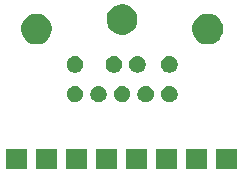
<source format=gts>
G04 #@! TF.GenerationSoftware,KiCad,Pcbnew,(5.1.0)-1*
G04 #@! TF.CreationDate,2019-10-14T10:16:39-04:00*
G04 #@! TF.ProjectId,MiniDin8Adapter,4d696e69-4469-46e3-9841-646170746572,rev?*
G04 #@! TF.SameCoordinates,Original*
G04 #@! TF.FileFunction,Soldermask,Top*
G04 #@! TF.FilePolarity,Negative*
%FSLAX46Y46*%
G04 Gerber Fmt 4.6, Leading zero omitted, Abs format (unit mm)*
G04 Created by KiCad (PCBNEW (5.1.0)-1) date 2019-10-14 10:16:39*
%MOMM*%
%LPD*%
G04 APERTURE LIST*
%ADD10C,0.100000*%
G04 APERTURE END LIST*
D10*
G36*
X156736000Y-116276000D02*
G01*
X154984000Y-116276000D01*
X154984000Y-114524000D01*
X156736000Y-114524000D01*
X156736000Y-116276000D01*
X156736000Y-116276000D01*
G37*
G36*
X151656000Y-116276000D02*
G01*
X149904000Y-116276000D01*
X149904000Y-114524000D01*
X151656000Y-114524000D01*
X151656000Y-116276000D01*
X151656000Y-116276000D01*
G37*
G36*
X149116000Y-116276000D02*
G01*
X147364000Y-116276000D01*
X147364000Y-114524000D01*
X149116000Y-114524000D01*
X149116000Y-116276000D01*
X149116000Y-116276000D01*
G37*
G36*
X146576000Y-116276000D02*
G01*
X144824000Y-116276000D01*
X144824000Y-114524000D01*
X146576000Y-114524000D01*
X146576000Y-116276000D01*
X146576000Y-116276000D01*
G37*
G36*
X144036000Y-116276000D02*
G01*
X142284000Y-116276000D01*
X142284000Y-114524000D01*
X144036000Y-114524000D01*
X144036000Y-116276000D01*
X144036000Y-116276000D01*
G37*
G36*
X141496000Y-116276000D02*
G01*
X139744000Y-116276000D01*
X139744000Y-114524000D01*
X141496000Y-114524000D01*
X141496000Y-116276000D01*
X141496000Y-116276000D01*
G37*
G36*
X138956000Y-116276000D02*
G01*
X137204000Y-116276000D01*
X137204000Y-114524000D01*
X138956000Y-114524000D01*
X138956000Y-116276000D01*
X138956000Y-116276000D01*
G37*
G36*
X154196000Y-116276000D02*
G01*
X152444000Y-116276000D01*
X152444000Y-114524000D01*
X154196000Y-114524000D01*
X154196000Y-116276000D01*
X154196000Y-116276000D01*
G37*
G36*
X149204473Y-109225938D02*
G01*
X149332049Y-109278782D01*
X149446859Y-109355495D01*
X149544505Y-109453141D01*
X149621218Y-109567951D01*
X149674062Y-109695527D01*
X149701000Y-109830956D01*
X149701000Y-109969044D01*
X149674062Y-110104473D01*
X149621218Y-110232049D01*
X149544505Y-110346859D01*
X149446859Y-110444505D01*
X149332049Y-110521218D01*
X149204473Y-110574062D01*
X149069044Y-110601000D01*
X148930956Y-110601000D01*
X148795527Y-110574062D01*
X148667951Y-110521218D01*
X148553141Y-110444505D01*
X148455495Y-110346859D01*
X148378782Y-110232049D01*
X148325938Y-110104473D01*
X148299000Y-109969044D01*
X148299000Y-109830956D01*
X148325938Y-109695527D01*
X148378782Y-109567951D01*
X148455495Y-109453141D01*
X148553141Y-109355495D01*
X148667951Y-109278782D01*
X148795527Y-109225938D01*
X148930956Y-109199000D01*
X149069044Y-109199000D01*
X149204473Y-109225938D01*
X149204473Y-109225938D01*
G37*
G36*
X147204473Y-109225938D02*
G01*
X147332049Y-109278782D01*
X147446859Y-109355495D01*
X147544505Y-109453141D01*
X147621218Y-109567951D01*
X147674062Y-109695527D01*
X147701000Y-109830956D01*
X147701000Y-109969044D01*
X147674062Y-110104473D01*
X147621218Y-110232049D01*
X147544505Y-110346859D01*
X147446859Y-110444505D01*
X147332049Y-110521218D01*
X147204473Y-110574062D01*
X147069044Y-110601000D01*
X146930956Y-110601000D01*
X146795527Y-110574062D01*
X146667951Y-110521218D01*
X146553141Y-110444505D01*
X146455495Y-110346859D01*
X146378782Y-110232049D01*
X146325938Y-110104473D01*
X146299000Y-109969044D01*
X146299000Y-109830956D01*
X146325938Y-109695527D01*
X146378782Y-109567951D01*
X146455495Y-109453141D01*
X146553141Y-109355495D01*
X146667951Y-109278782D01*
X146795527Y-109225938D01*
X146930956Y-109199000D01*
X147069044Y-109199000D01*
X147204473Y-109225938D01*
X147204473Y-109225938D01*
G37*
G36*
X143204473Y-109225938D02*
G01*
X143332049Y-109278782D01*
X143446859Y-109355495D01*
X143544505Y-109453141D01*
X143621218Y-109567951D01*
X143674062Y-109695527D01*
X143701000Y-109830956D01*
X143701000Y-109969044D01*
X143674062Y-110104473D01*
X143621218Y-110232049D01*
X143544505Y-110346859D01*
X143446859Y-110444505D01*
X143332049Y-110521218D01*
X143204473Y-110574062D01*
X143069044Y-110601000D01*
X142930956Y-110601000D01*
X142795527Y-110574062D01*
X142667951Y-110521218D01*
X142553141Y-110444505D01*
X142455495Y-110346859D01*
X142378782Y-110232049D01*
X142325938Y-110104473D01*
X142299000Y-109969044D01*
X142299000Y-109830956D01*
X142325938Y-109695527D01*
X142378782Y-109567951D01*
X142455495Y-109453141D01*
X142553141Y-109355495D01*
X142667951Y-109278782D01*
X142795527Y-109225938D01*
X142930956Y-109199000D01*
X143069044Y-109199000D01*
X143204473Y-109225938D01*
X143204473Y-109225938D01*
G37*
G36*
X151204473Y-109225938D02*
G01*
X151332049Y-109278782D01*
X151446859Y-109355495D01*
X151544505Y-109453141D01*
X151621218Y-109567951D01*
X151674062Y-109695527D01*
X151701000Y-109830956D01*
X151701000Y-109969044D01*
X151674062Y-110104473D01*
X151621218Y-110232049D01*
X151544505Y-110346859D01*
X151446859Y-110444505D01*
X151332049Y-110521218D01*
X151204473Y-110574062D01*
X151069044Y-110601000D01*
X150930956Y-110601000D01*
X150795527Y-110574062D01*
X150667951Y-110521218D01*
X150553141Y-110444505D01*
X150455495Y-110346859D01*
X150378782Y-110232049D01*
X150325938Y-110104473D01*
X150299000Y-109969044D01*
X150299000Y-109830956D01*
X150325938Y-109695527D01*
X150378782Y-109567951D01*
X150455495Y-109453141D01*
X150553141Y-109355495D01*
X150667951Y-109278782D01*
X150795527Y-109225938D01*
X150930956Y-109199000D01*
X151069044Y-109199000D01*
X151204473Y-109225938D01*
X151204473Y-109225938D01*
G37*
G36*
X145204473Y-109225938D02*
G01*
X145332049Y-109278782D01*
X145446859Y-109355495D01*
X145544505Y-109453141D01*
X145621218Y-109567951D01*
X145674062Y-109695527D01*
X145701000Y-109830956D01*
X145701000Y-109969044D01*
X145674062Y-110104473D01*
X145621218Y-110232049D01*
X145544505Y-110346859D01*
X145446859Y-110444505D01*
X145332049Y-110521218D01*
X145204473Y-110574062D01*
X145069044Y-110601000D01*
X144930956Y-110601000D01*
X144795527Y-110574062D01*
X144667951Y-110521218D01*
X144553141Y-110444505D01*
X144455495Y-110346859D01*
X144378782Y-110232049D01*
X144325938Y-110104473D01*
X144299000Y-109969044D01*
X144299000Y-109830956D01*
X144325938Y-109695527D01*
X144378782Y-109567951D01*
X144455495Y-109453141D01*
X144553141Y-109355495D01*
X144667951Y-109278782D01*
X144795527Y-109225938D01*
X144930956Y-109199000D01*
X145069044Y-109199000D01*
X145204473Y-109225938D01*
X145204473Y-109225938D01*
G37*
G36*
X151204473Y-106725938D02*
G01*
X151332049Y-106778782D01*
X151446859Y-106855495D01*
X151544505Y-106953141D01*
X151621218Y-107067951D01*
X151674062Y-107195527D01*
X151701000Y-107330956D01*
X151701000Y-107469044D01*
X151674062Y-107604473D01*
X151621218Y-107732049D01*
X151544505Y-107846859D01*
X151446859Y-107944505D01*
X151332049Y-108021218D01*
X151204473Y-108074062D01*
X151069044Y-108101000D01*
X150930956Y-108101000D01*
X150795527Y-108074062D01*
X150667951Y-108021218D01*
X150553141Y-107944505D01*
X150455495Y-107846859D01*
X150378782Y-107732049D01*
X150325938Y-107604473D01*
X150299000Y-107469044D01*
X150299000Y-107330956D01*
X150325938Y-107195527D01*
X150378782Y-107067951D01*
X150455495Y-106953141D01*
X150553141Y-106855495D01*
X150667951Y-106778782D01*
X150795527Y-106725938D01*
X150930956Y-106699000D01*
X151069044Y-106699000D01*
X151204473Y-106725938D01*
X151204473Y-106725938D01*
G37*
G36*
X148504473Y-106725938D02*
G01*
X148632049Y-106778782D01*
X148746859Y-106855495D01*
X148844505Y-106953141D01*
X148921218Y-107067951D01*
X148974062Y-107195527D01*
X149001000Y-107330956D01*
X149001000Y-107469044D01*
X148974062Y-107604473D01*
X148921218Y-107732049D01*
X148844505Y-107846859D01*
X148746859Y-107944505D01*
X148632049Y-108021218D01*
X148504473Y-108074062D01*
X148369044Y-108101000D01*
X148230956Y-108101000D01*
X148095527Y-108074062D01*
X147967951Y-108021218D01*
X147853141Y-107944505D01*
X147755495Y-107846859D01*
X147678782Y-107732049D01*
X147625938Y-107604473D01*
X147599000Y-107469044D01*
X147599000Y-107330956D01*
X147625938Y-107195527D01*
X147678782Y-107067951D01*
X147755495Y-106953141D01*
X147853141Y-106855495D01*
X147967951Y-106778782D01*
X148095527Y-106725938D01*
X148230956Y-106699000D01*
X148369044Y-106699000D01*
X148504473Y-106725938D01*
X148504473Y-106725938D01*
G37*
G36*
X146504473Y-106725938D02*
G01*
X146632049Y-106778782D01*
X146746859Y-106855495D01*
X146844505Y-106953141D01*
X146921218Y-107067951D01*
X146974062Y-107195527D01*
X147001000Y-107330956D01*
X147001000Y-107469044D01*
X146974062Y-107604473D01*
X146921218Y-107732049D01*
X146844505Y-107846859D01*
X146746859Y-107944505D01*
X146632049Y-108021218D01*
X146504473Y-108074062D01*
X146369044Y-108101000D01*
X146230956Y-108101000D01*
X146095527Y-108074062D01*
X145967951Y-108021218D01*
X145853141Y-107944505D01*
X145755495Y-107846859D01*
X145678782Y-107732049D01*
X145625938Y-107604473D01*
X145599000Y-107469044D01*
X145599000Y-107330956D01*
X145625938Y-107195527D01*
X145678782Y-107067951D01*
X145755495Y-106953141D01*
X145853141Y-106855495D01*
X145967951Y-106778782D01*
X146095527Y-106725938D01*
X146230956Y-106699000D01*
X146369044Y-106699000D01*
X146504473Y-106725938D01*
X146504473Y-106725938D01*
G37*
G36*
X143204473Y-106725938D02*
G01*
X143332049Y-106778782D01*
X143446859Y-106855495D01*
X143544505Y-106953141D01*
X143621218Y-107067951D01*
X143674062Y-107195527D01*
X143701000Y-107330956D01*
X143701000Y-107469044D01*
X143674062Y-107604473D01*
X143621218Y-107732049D01*
X143544505Y-107846859D01*
X143446859Y-107944505D01*
X143332049Y-108021218D01*
X143204473Y-108074062D01*
X143069044Y-108101000D01*
X142930956Y-108101000D01*
X142795527Y-108074062D01*
X142667951Y-108021218D01*
X142553141Y-107944505D01*
X142455495Y-107846859D01*
X142378782Y-107732049D01*
X142325938Y-107604473D01*
X142299000Y-107469044D01*
X142299000Y-107330956D01*
X142325938Y-107195527D01*
X142378782Y-107067951D01*
X142455495Y-106953141D01*
X142553141Y-106855495D01*
X142667951Y-106778782D01*
X142795527Y-106725938D01*
X142930956Y-106699000D01*
X143069044Y-106699000D01*
X143204473Y-106725938D01*
X143204473Y-106725938D01*
G37*
G36*
X140129487Y-103148996D02*
G01*
X140366253Y-103247068D01*
X140366255Y-103247069D01*
X140579339Y-103389447D01*
X140760553Y-103570661D01*
X140902932Y-103783747D01*
X141001004Y-104020513D01*
X141051000Y-104271861D01*
X141051000Y-104528139D01*
X141001004Y-104779487D01*
X140902932Y-105016253D01*
X140902931Y-105016255D01*
X140760553Y-105229339D01*
X140579339Y-105410553D01*
X140366255Y-105552931D01*
X140366254Y-105552932D01*
X140366253Y-105552932D01*
X140129487Y-105651004D01*
X139878139Y-105701000D01*
X139621861Y-105701000D01*
X139370513Y-105651004D01*
X139133747Y-105552932D01*
X139133746Y-105552932D01*
X139133745Y-105552931D01*
X138920661Y-105410553D01*
X138739447Y-105229339D01*
X138597069Y-105016255D01*
X138597068Y-105016253D01*
X138498996Y-104779487D01*
X138449000Y-104528139D01*
X138449000Y-104271861D01*
X138498996Y-104020513D01*
X138597068Y-103783747D01*
X138739447Y-103570661D01*
X138920661Y-103389447D01*
X139133745Y-103247069D01*
X139133747Y-103247068D01*
X139370513Y-103148996D01*
X139621861Y-103099000D01*
X139878139Y-103099000D01*
X140129487Y-103148996D01*
X140129487Y-103148996D01*
G37*
G36*
X154629487Y-103148996D02*
G01*
X154866253Y-103247068D01*
X154866255Y-103247069D01*
X155079339Y-103389447D01*
X155260553Y-103570661D01*
X155402932Y-103783747D01*
X155501004Y-104020513D01*
X155551000Y-104271861D01*
X155551000Y-104528139D01*
X155501004Y-104779487D01*
X155402932Y-105016253D01*
X155402931Y-105016255D01*
X155260553Y-105229339D01*
X155079339Y-105410553D01*
X154866255Y-105552931D01*
X154866254Y-105552932D01*
X154866253Y-105552932D01*
X154629487Y-105651004D01*
X154378139Y-105701000D01*
X154121861Y-105701000D01*
X153870513Y-105651004D01*
X153633747Y-105552932D01*
X153633746Y-105552932D01*
X153633745Y-105552931D01*
X153420661Y-105410553D01*
X153239447Y-105229339D01*
X153097069Y-105016255D01*
X153097068Y-105016253D01*
X152998996Y-104779487D01*
X152949000Y-104528139D01*
X152949000Y-104271861D01*
X152998996Y-104020513D01*
X153097068Y-103783747D01*
X153239447Y-103570661D01*
X153420661Y-103389447D01*
X153633745Y-103247069D01*
X153633747Y-103247068D01*
X153870513Y-103148996D01*
X154121861Y-103099000D01*
X154378139Y-103099000D01*
X154629487Y-103148996D01*
X154629487Y-103148996D01*
G37*
G36*
X147379487Y-102348996D02*
G01*
X147616253Y-102447068D01*
X147616255Y-102447069D01*
X147829339Y-102589447D01*
X148010553Y-102770661D01*
X148152932Y-102983747D01*
X148251004Y-103220513D01*
X148301000Y-103471861D01*
X148301000Y-103728139D01*
X148251004Y-103979487D01*
X148234010Y-104020513D01*
X148152931Y-104216255D01*
X148010553Y-104429339D01*
X147829339Y-104610553D01*
X147616255Y-104752931D01*
X147616254Y-104752932D01*
X147616253Y-104752932D01*
X147379487Y-104851004D01*
X147128139Y-104901000D01*
X146871861Y-104901000D01*
X146620513Y-104851004D01*
X146383747Y-104752932D01*
X146383746Y-104752932D01*
X146383745Y-104752931D01*
X146170661Y-104610553D01*
X145989447Y-104429339D01*
X145847069Y-104216255D01*
X145765990Y-104020513D01*
X145748996Y-103979487D01*
X145699000Y-103728139D01*
X145699000Y-103471861D01*
X145748996Y-103220513D01*
X145847068Y-102983747D01*
X145989447Y-102770661D01*
X146170661Y-102589447D01*
X146383745Y-102447069D01*
X146383747Y-102447068D01*
X146620513Y-102348996D01*
X146871861Y-102299000D01*
X147128139Y-102299000D01*
X147379487Y-102348996D01*
X147379487Y-102348996D01*
G37*
M02*

</source>
